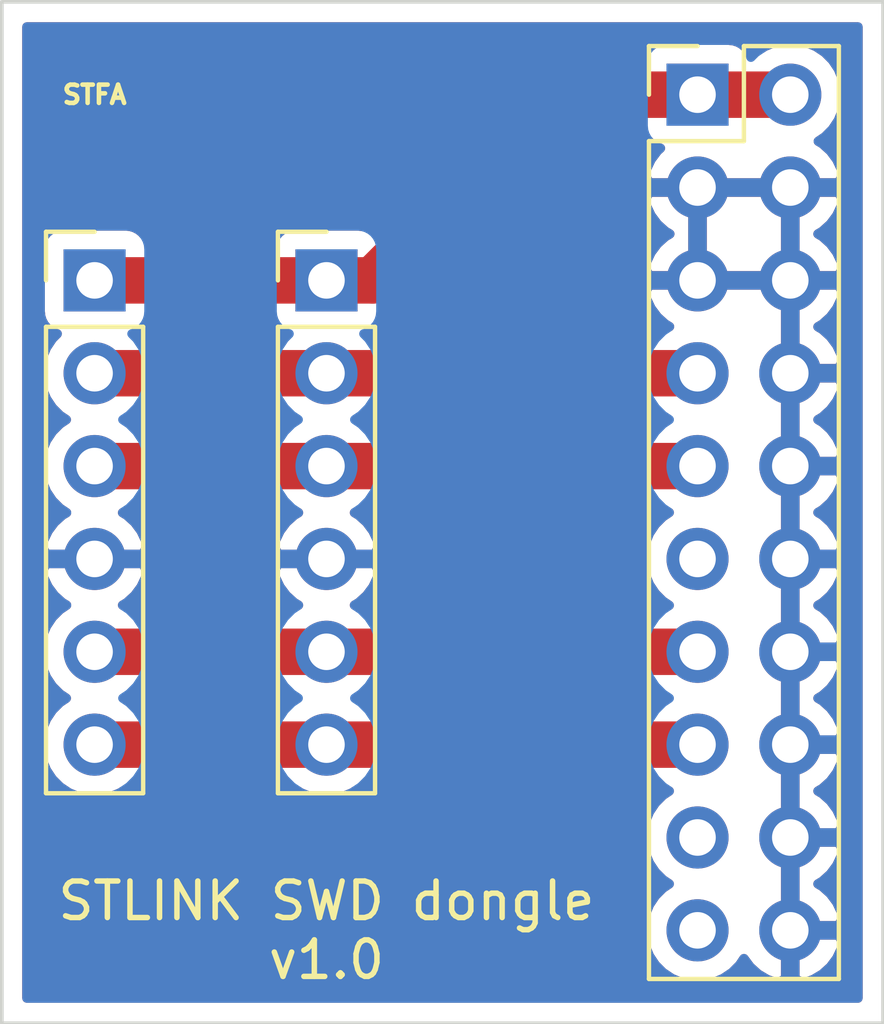
<source format=kicad_pcb>
(kicad_pcb (version 20171130) (host pcbnew 5.1.10-1.fc32)

  (general
    (thickness 1.6)
    (drawings 6)
    (tracks 13)
    (zones 0)
    (modules 3)
    (nets 10)
  )

  (page A4)
  (layers
    (0 F.Cu signal)
    (31 B.Cu signal)
    (32 B.Adhes user)
    (33 F.Adhes user)
    (34 B.Paste user)
    (35 F.Paste user)
    (36 B.SilkS user)
    (37 F.SilkS user)
    (38 B.Mask user)
    (39 F.Mask user)
    (40 Dwgs.User user)
    (41 Cmts.User user)
    (42 Eco1.User user)
    (43 Eco2.User user)
    (44 Edge.Cuts user)
    (45 Margin user)
    (46 B.CrtYd user)
    (47 F.CrtYd user)
    (48 B.Fab user)
    (49 F.Fab user)
  )

  (setup
    (last_trace_width 0.25)
    (user_trace_width 1.27)
    (trace_clearance 0.2)
    (zone_clearance 0.508)
    (zone_45_only no)
    (trace_min 0.2)
    (via_size 0.8)
    (via_drill 0.4)
    (via_min_size 0.4)
    (via_min_drill 0.3)
    (uvia_size 0.3)
    (uvia_drill 0.1)
    (uvias_allowed no)
    (uvia_min_size 0.2)
    (uvia_min_drill 0.1)
    (edge_width 0.05)
    (segment_width 0.2)
    (pcb_text_width 0.3)
    (pcb_text_size 1.5 1.5)
    (mod_edge_width 0.12)
    (mod_text_size 1 1)
    (mod_text_width 0.15)
    (pad_size 1.524 1.524)
    (pad_drill 0.762)
    (pad_to_mask_clearance 0)
    (aux_axis_origin 0 0)
    (visible_elements FFFFFF7F)
    (pcbplotparams
      (layerselection 0x010fc_ffffffff)
      (usegerberextensions true)
      (usegerberattributes true)
      (usegerberadvancedattributes true)
      (creategerberjobfile false)
      (excludeedgelayer true)
      (linewidth 0.100000)
      (plotframeref false)
      (viasonmask false)
      (mode 1)
      (useauxorigin false)
      (hpglpennumber 1)
      (hpglpenspeed 20)
      (hpglpendiameter 15.000000)
      (psnegative false)
      (psa4output false)
      (plotreference true)
      (plotvalue false)
      (plotinvisibletext false)
      (padsonsilk false)
      (subtractmaskfromsilk true)
      (outputformat 1)
      (mirror false)
      (drillshape 0)
      (scaleselection 1)
      (outputdirectory "./gerber"))
  )

  (net 0 "")
  (net 1 /target_vdd)
  (net 2 /swd_io)
  (net 3 /swd_clk)
  (net 4 GND)
  (net 5 /traceswo)
  (net 6 /nrst)
  (net 7 "Net-(J3-Pad11)")
  (net 8 "Net-(J3-Pad17)")
  (net 9 "Net-(J3-Pad19)")

  (net_class Default "This is the default net class."
    (clearance 0.2)
    (trace_width 0.25)
    (via_dia 0.8)
    (via_drill 0.4)
    (uvia_dia 0.3)
    (uvia_drill 0.1)
    (add_net /nrst)
    (add_net /swd_clk)
    (add_net /swd_io)
    (add_net /target_vdd)
    (add_net /traceswo)
    (add_net GND)
    (add_net "Net-(J3-Pad11)")
    (add_net "Net-(J3-Pad17)")
    (add_net "Net-(J3-Pad19)")
  )

  (module p_Package_Misc:PinHeader_1x06_P2.54mm_Vertical (layer F.Cu) (tedit 611104AA) (tstamp 611169DF)
    (at 190.5 81.28)
    (descr "Through hole straight pin header, 1x06, 2.54mm pitch, single row")
    (tags "Through hole pin header THT 1x06 2.54mm single row")
    (path /61162517)
    (fp_text reference J1 (at 0 -2.33) (layer F.SilkS) hide
      (effects (font (size 1 1) (thickness 0.15)))
    )
    (fp_text value Conn_HE13_1x6_2.54V (at 0 15.03) (layer F.Fab) hide
      (effects (font (size 1 1) (thickness 0.15)))
    )
    (fp_line (start -0.635 -1.27) (end 1.27 -1.27) (layer F.Fab) (width 0.1))
    (fp_line (start 1.27 -1.27) (end 1.27 13.97) (layer F.Fab) (width 0.1))
    (fp_line (start 1.27 13.97) (end -1.27 13.97) (layer F.Fab) (width 0.1))
    (fp_line (start -1.27 13.97) (end -1.27 -0.635) (layer F.Fab) (width 0.1))
    (fp_line (start -1.27 -0.635) (end -0.635 -1.27) (layer F.Fab) (width 0.1))
    (fp_line (start -1.33 14.03) (end 1.33 14.03) (layer F.SilkS) (width 0.12))
    (fp_line (start -1.33 1.27) (end -1.33 14.03) (layer F.SilkS) (width 0.12))
    (fp_line (start 1.33 1.27) (end 1.33 14.03) (layer F.SilkS) (width 0.12))
    (fp_line (start -1.33 1.27) (end 1.33 1.27) (layer F.SilkS) (width 0.12))
    (fp_line (start -1.33 0) (end -1.33 -1.33) (layer F.SilkS) (width 0.12))
    (fp_line (start -1.33 -1.33) (end 0 -1.33) (layer F.SilkS) (width 0.12))
    (fp_line (start -1.8 -1.8) (end -1.8 14.5) (layer F.CrtYd) (width 0.05))
    (fp_line (start -1.8 14.5) (end 1.8 14.5) (layer F.CrtYd) (width 0.05))
    (fp_line (start 1.8 14.5) (end 1.8 -1.8) (layer F.CrtYd) (width 0.05))
    (fp_line (start 1.8 -1.8) (end -1.8 -1.8) (layer F.CrtYd) (width 0.05))
    (fp_text user %R (at 0 6.35 90) (layer F.Fab)
      (effects (font (size 1 1) (thickness 0.15)))
    )
    (pad 1 thru_hole rect (at 0 0) (size 1.7 1.7) (drill 1) (layers *.Cu *.Mask)
      (net 1 /target_vdd))
    (pad 2 thru_hole oval (at 0 2.54) (size 1.7 1.7) (drill 1) (layers *.Cu *.Mask)
      (net 2 /swd_io))
    (pad 3 thru_hole oval (at 0 5.08) (size 1.7 1.7) (drill 1) (layers *.Cu *.Mask)
      (net 3 /swd_clk))
    (pad 4 thru_hole oval (at 0 7.62) (size 1.7 1.7) (drill 1) (layers *.Cu *.Mask)
      (net 4 GND))
    (pad 5 thru_hole oval (at 0 10.16) (size 1.7 1.7) (drill 1) (layers *.Cu *.Mask)
      (net 5 /traceswo))
    (pad 6 thru_hole oval (at 0 12.7) (size 1.7 1.7) (drill 1) (layers *.Cu *.Mask)
      (net 6 /nrst))
    (model ${KISYS3DMOD}/p_Package_Misc/PinHeader_1x06_P2.54mm_Vertical.wrl
      (at (xyz 0 0 0))
      (scale (xyz 1 1 1))
      (rotate (xyz 0 0 0))
    )
  )

  (module p_Package_Misc:PinHeader_1x06_P2.54mm_Vertical (layer F.Cu) (tedit 611104AA) (tstamp 611166DA)
    (at 196.85 81.28)
    (descr "Through hole straight pin header, 1x06, 2.54mm pitch, single row")
    (tags "Through hole pin header THT 1x06 2.54mm single row")
    (path /61159411)
    (fp_text reference J2 (at 0 -2.33) (layer F.SilkS) hide
      (effects (font (size 1 1) (thickness 0.15)))
    )
    (fp_text value dnp (at 0 15.03) (layer F.Fab)
      (effects (font (size 1 1) (thickness 0.15)))
    )
    (fp_line (start -0.635 -1.27) (end 1.27 -1.27) (layer F.Fab) (width 0.1))
    (fp_line (start 1.27 -1.27) (end 1.27 13.97) (layer F.Fab) (width 0.1))
    (fp_line (start 1.27 13.97) (end -1.27 13.97) (layer F.Fab) (width 0.1))
    (fp_line (start -1.27 13.97) (end -1.27 -0.635) (layer F.Fab) (width 0.1))
    (fp_line (start -1.27 -0.635) (end -0.635 -1.27) (layer F.Fab) (width 0.1))
    (fp_line (start -1.33 14.03) (end 1.33 14.03) (layer F.SilkS) (width 0.12))
    (fp_line (start -1.33 1.27) (end -1.33 14.03) (layer F.SilkS) (width 0.12))
    (fp_line (start 1.33 1.27) (end 1.33 14.03) (layer F.SilkS) (width 0.12))
    (fp_line (start -1.33 1.27) (end 1.33 1.27) (layer F.SilkS) (width 0.12))
    (fp_line (start -1.33 0) (end -1.33 -1.33) (layer F.SilkS) (width 0.12))
    (fp_line (start -1.33 -1.33) (end 0 -1.33) (layer F.SilkS) (width 0.12))
    (fp_line (start -1.8 -1.8) (end -1.8 14.5) (layer F.CrtYd) (width 0.05))
    (fp_line (start -1.8 14.5) (end 1.8 14.5) (layer F.CrtYd) (width 0.05))
    (fp_line (start 1.8 14.5) (end 1.8 -1.8) (layer F.CrtYd) (width 0.05))
    (fp_line (start 1.8 -1.8) (end -1.8 -1.8) (layer F.CrtYd) (width 0.05))
    (fp_text user %R (at 0 6.35 90) (layer F.Fab)
      (effects (font (size 1 1) (thickness 0.15)))
    )
    (pad 1 thru_hole rect (at 0 0) (size 1.7 1.7) (drill 1) (layers *.Cu *.Mask)
      (net 1 /target_vdd))
    (pad 2 thru_hole oval (at 0 2.54) (size 1.7 1.7) (drill 1) (layers *.Cu *.Mask)
      (net 2 /swd_io))
    (pad 3 thru_hole oval (at 0 5.08) (size 1.7 1.7) (drill 1) (layers *.Cu *.Mask)
      (net 3 /swd_clk))
    (pad 4 thru_hole oval (at 0 7.62) (size 1.7 1.7) (drill 1) (layers *.Cu *.Mask)
      (net 4 GND))
    (pad 5 thru_hole oval (at 0 10.16) (size 1.7 1.7) (drill 1) (layers *.Cu *.Mask)
      (net 5 /traceswo))
    (pad 6 thru_hole oval (at 0 12.7) (size 1.7 1.7) (drill 1) (layers *.Cu *.Mask)
      (net 6 /nrst))
    (model ${KISYS3DMOD}/p_Package_Misc/PinHeader_1x06_P2.54mm_Vertical.wrl
      (at (xyz 0 0 0))
      (scale (xyz 1 1 1))
      (rotate (xyz 0 0 0))
    )
  )

  (module p_Package_Misc:PinHeader_2x10_P2.54mm_Vertical (layer F.Cu) (tedit 6110F954) (tstamp 611161A8)
    (at 207.01 76.2)
    (descr "Through hole straight pin header, 2x10, 2.54mm pitch, double rows")
    (tags "Through hole pin header THT 2x10 2.54mm double row")
    (path /611479AE)
    (fp_text reference J3 (at 1.27 -2.33) (layer F.SilkS) hide
      (effects (font (size 1 1) (thickness 0.15)))
    )
    (fp_text value Conn_HE13_2x10_2.54V (at 1.27 25.19) (layer F.Fab) hide
      (effects (font (size 1 1) (thickness 0.15)))
    )
    (fp_line (start 0 -1.27) (end 3.81 -1.27) (layer F.Fab) (width 0.1))
    (fp_line (start 3.81 -1.27) (end 3.81 24.13) (layer F.Fab) (width 0.1))
    (fp_line (start 3.81 24.13) (end -1.27 24.13) (layer F.Fab) (width 0.1))
    (fp_line (start -1.27 24.13) (end -1.27 0) (layer F.Fab) (width 0.1))
    (fp_line (start -1.27 0) (end 0 -1.27) (layer F.Fab) (width 0.1))
    (fp_line (start -1.33 24.19) (end 3.87 24.19) (layer F.SilkS) (width 0.12))
    (fp_line (start -1.33 1.27) (end -1.33 24.19) (layer F.SilkS) (width 0.12))
    (fp_line (start 3.87 -1.33) (end 3.87 24.19) (layer F.SilkS) (width 0.12))
    (fp_line (start -1.33 1.27) (end 1.27 1.27) (layer F.SilkS) (width 0.12))
    (fp_line (start 1.27 1.27) (end 1.27 -1.33) (layer F.SilkS) (width 0.12))
    (fp_line (start 1.27 -1.33) (end 3.87 -1.33) (layer F.SilkS) (width 0.12))
    (fp_line (start -1.33 0) (end -1.33 -1.33) (layer F.SilkS) (width 0.12))
    (fp_line (start -1.33 -1.33) (end 0 -1.33) (layer F.SilkS) (width 0.12))
    (fp_line (start -1.8 -1.8) (end -1.8 24.65) (layer F.CrtYd) (width 0.05))
    (fp_line (start -1.8 24.65) (end 4.35 24.65) (layer F.CrtYd) (width 0.05))
    (fp_line (start 4.35 24.65) (end 4.35 -1.8) (layer F.CrtYd) (width 0.05))
    (fp_line (start 4.35 -1.8) (end -1.8 -1.8) (layer F.CrtYd) (width 0.05))
    (fp_text user %R (at 1.27 11.43 90) (layer F.Fab)
      (effects (font (size 1 1) (thickness 0.15)))
    )
    (pad 1 thru_hole rect (at 0 0) (size 1.7 1.7) (drill 1) (layers *.Cu *.Mask)
      (net 1 /target_vdd))
    (pad 2 thru_hole oval (at 2.54 0) (size 1.7 1.7) (drill 1) (layers *.Cu *.Mask)
      (net 1 /target_vdd))
    (pad 3 thru_hole oval (at 0 2.54) (size 1.7 1.7) (drill 1) (layers *.Cu *.Mask)
      (net 4 GND))
    (pad 4 thru_hole oval (at 2.54 2.54) (size 1.7 1.7) (drill 1) (layers *.Cu *.Mask)
      (net 4 GND))
    (pad 5 thru_hole oval (at 0 5.08) (size 1.7 1.7) (drill 1) (layers *.Cu *.Mask)
      (net 4 GND))
    (pad 6 thru_hole oval (at 2.54 5.08) (size 1.7 1.7) (drill 1) (layers *.Cu *.Mask)
      (net 4 GND))
    (pad 7 thru_hole oval (at 0 7.62) (size 1.7 1.7) (drill 1) (layers *.Cu *.Mask)
      (net 2 /swd_io))
    (pad 8 thru_hole oval (at 2.54 7.62) (size 1.7 1.7) (drill 1) (layers *.Cu *.Mask)
      (net 4 GND))
    (pad 9 thru_hole oval (at 0 10.16) (size 1.7 1.7) (drill 1) (layers *.Cu *.Mask)
      (net 3 /swd_clk))
    (pad 10 thru_hole oval (at 2.54 10.16) (size 1.7 1.7) (drill 1) (layers *.Cu *.Mask)
      (net 4 GND))
    (pad 11 thru_hole oval (at 0 12.7) (size 1.7 1.7) (drill 1) (layers *.Cu *.Mask)
      (net 7 "Net-(J3-Pad11)"))
    (pad 12 thru_hole oval (at 2.54 12.7) (size 1.7 1.7) (drill 1) (layers *.Cu *.Mask)
      (net 4 GND))
    (pad 13 thru_hole oval (at 0 15.24) (size 1.7 1.7) (drill 1) (layers *.Cu *.Mask)
      (net 5 /traceswo))
    (pad 14 thru_hole oval (at 2.54 15.24) (size 1.7 1.7) (drill 1) (layers *.Cu *.Mask)
      (net 4 GND))
    (pad 15 thru_hole oval (at 0 17.78) (size 1.7 1.7) (drill 1) (layers *.Cu *.Mask)
      (net 6 /nrst))
    (pad 16 thru_hole oval (at 2.54 17.78) (size 1.7 1.7) (drill 1) (layers *.Cu *.Mask)
      (net 4 GND))
    (pad 17 thru_hole oval (at 0 20.32) (size 1.7 1.7) (drill 1) (layers *.Cu *.Mask)
      (net 8 "Net-(J3-Pad17)"))
    (pad 18 thru_hole oval (at 2.54 20.32) (size 1.7 1.7) (drill 1) (layers *.Cu *.Mask)
      (net 4 GND))
    (pad 19 thru_hole oval (at 0 22.86) (size 1.7 1.7) (drill 1) (layers *.Cu *.Mask)
      (net 9 "Net-(J3-Pad19)"))
    (pad 20 thru_hole oval (at 2.54 22.86) (size 1.7 1.7) (drill 1) (layers *.Cu *.Mask)
      (net 4 GND))
    (model ${KISYS3DMOD}/p_Package_Misc/PinHeader_2x10_P2.54mm_Vertical.wrl
      (at (xyz 0 0 0))
      (scale (xyz 1 1 1))
      (rotate (xyz 0 0 0))
    )
  )

  (gr_text STFA (at 190.5 76.2) (layer F.SilkS)
    (effects (font (size 0.5 0.5) (thickness 0.125)))
  )
  (gr_text "STLINK SWD dongle\nv1.0" (at 196.85 99.06) (layer F.SilkS)
    (effects (font (size 1 1) (thickness 0.15)))
  )
  (gr_line (start 212.09 73.66) (end 212.09 101.6) (layer Edge.Cuts) (width 0.1))
  (gr_line (start 187.96 73.66) (end 212.09 73.66) (layer Edge.Cuts) (width 0.1))
  (gr_line (start 187.96 101.6) (end 187.96 73.66) (layer Edge.Cuts) (width 0.1))
  (gr_line (start 212.09 101.6) (end 187.96 101.6) (layer Edge.Cuts) (width 0.1))

  (segment (start 196.85 81.28) (end 198.12 81.28) (width 1.27) (layer F.Cu) (net 1))
  (segment (start 203.2 76.2) (end 207.01 76.2) (width 1.27) (layer F.Cu) (net 1))
  (segment (start 198.12 81.28) (end 203.2 76.2) (width 1.27) (layer F.Cu) (net 1))
  (segment (start 207.01 76.2) (end 209.55 76.2) (width 1.27) (layer F.Cu) (net 1))
  (segment (start 190.5 81.28) (end 196.85 81.28) (width 1.27) (layer F.Cu) (net 1))
  (segment (start 196.85 83.82) (end 207.01 83.82) (width 1.27) (layer F.Cu) (net 2))
  (segment (start 190.5 83.82) (end 196.85 83.82) (width 1.27) (layer F.Cu) (net 2))
  (segment (start 196.85 86.36) (end 207.01 86.36) (width 1.27) (layer F.Cu) (net 3))
  (segment (start 190.5 86.36) (end 196.85 86.36) (width 1.27) (layer F.Cu) (net 3))
  (segment (start 196.85 91.44) (end 207.01 91.44) (width 1.27) (layer F.Cu) (net 5))
  (segment (start 190.5 91.44) (end 196.85 91.44) (width 1.27) (layer F.Cu) (net 5))
  (segment (start 190.5 93.98) (end 196.85 93.98) (width 1.27) (layer F.Cu) (net 6))
  (segment (start 196.85 93.98) (end 207.01 93.98) (width 1.27) (layer F.Cu) (net 6))

  (zone (net 4) (net_name GND) (layer F.Cu) (tstamp 6111A29B) (hatch edge 0.508)
    (connect_pads (clearance 0.508))
    (min_thickness 0.254)
    (fill yes (arc_segments 32) (thermal_gap 0.508) (thermal_bridge_width 0.508))
    (polygon
      (pts
        (xy 212.09 101.6) (xy 187.96 101.6) (xy 187.96 73.66) (xy 212.09 73.66)
      )
    )
    (filled_polygon
      (pts
        (xy 211.405001 100.915) (xy 188.645 100.915) (xy 188.645 80.43) (xy 189.011928 80.43) (xy 189.011928 82.13)
        (xy 189.024188 82.254482) (xy 189.060498 82.37418) (xy 189.119463 82.484494) (xy 189.198815 82.581185) (xy 189.295506 82.660537)
        (xy 189.40582 82.719502) (xy 189.47838 82.741513) (xy 189.346525 82.873368) (xy 189.18401 83.116589) (xy 189.072068 83.386842)
        (xy 189.015 83.67374) (xy 189.015 83.96626) (xy 189.072068 84.253158) (xy 189.18401 84.523411) (xy 189.346525 84.766632)
        (xy 189.553368 84.973475) (xy 189.72776 85.09) (xy 189.553368 85.206525) (xy 189.346525 85.413368) (xy 189.18401 85.656589)
        (xy 189.072068 85.926842) (xy 189.015 86.21374) (xy 189.015 86.50626) (xy 189.072068 86.793158) (xy 189.18401 87.063411)
        (xy 189.346525 87.306632) (xy 189.553368 87.513475) (xy 189.735534 87.635195) (xy 189.618645 87.704822) (xy 189.402412 87.899731)
        (xy 189.228359 88.13308) (xy 189.103175 88.395901) (xy 189.058524 88.54311) (xy 189.179845 88.773) (xy 190.373 88.773)
        (xy 190.373 88.753) (xy 190.627 88.753) (xy 190.627 88.773) (xy 191.820155 88.773) (xy 191.941476 88.54311)
        (xy 191.896825 88.395901) (xy 191.771641 88.13308) (xy 191.597588 87.899731) (xy 191.381355 87.704822) (xy 191.264466 87.635195)
        (xy 191.27224 87.63) (xy 196.07776 87.63) (xy 196.085534 87.635195) (xy 195.968645 87.704822) (xy 195.752412 87.899731)
        (xy 195.578359 88.13308) (xy 195.453175 88.395901) (xy 195.408524 88.54311) (xy 195.529845 88.773) (xy 196.723 88.773)
        (xy 196.723 88.753) (xy 196.977 88.753) (xy 196.977 88.773) (xy 198.170155 88.773) (xy 198.291476 88.54311)
        (xy 198.246825 88.395901) (xy 198.121641 88.13308) (xy 197.947588 87.899731) (xy 197.731355 87.704822) (xy 197.614466 87.635195)
        (xy 197.62224 87.63) (xy 206.23776 87.63) (xy 206.063368 87.746525) (xy 205.856525 87.953368) (xy 205.69401 88.196589)
        (xy 205.582068 88.466842) (xy 205.525 88.75374) (xy 205.525 89.04626) (xy 205.582068 89.333158) (xy 205.69401 89.603411)
        (xy 205.856525 89.846632) (xy 206.063368 90.053475) (xy 206.23776 90.17) (xy 197.62224 90.17) (xy 197.614466 90.164805)
        (xy 197.731355 90.095178) (xy 197.947588 89.900269) (xy 198.121641 89.66692) (xy 198.246825 89.404099) (xy 198.291476 89.25689)
        (xy 198.170155 89.027) (xy 196.977 89.027) (xy 196.977 89.047) (xy 196.723 89.047) (xy 196.723 89.027)
        (xy 195.529845 89.027) (xy 195.408524 89.25689) (xy 195.453175 89.404099) (xy 195.578359 89.66692) (xy 195.752412 89.900269)
        (xy 195.968645 90.095178) (xy 196.085534 90.164805) (xy 196.07776 90.17) (xy 191.27224 90.17) (xy 191.264466 90.164805)
        (xy 191.381355 90.095178) (xy 191.597588 89.900269) (xy 191.771641 89.66692) (xy 191.896825 89.404099) (xy 191.941476 89.25689)
        (xy 191.820155 89.027) (xy 190.627 89.027) (xy 190.627 89.047) (xy 190.373 89.047) (xy 190.373 89.027)
        (xy 189.179845 89.027) (xy 189.058524 89.25689) (xy 189.103175 89.404099) (xy 189.228359 89.66692) (xy 189.402412 89.900269)
        (xy 189.618645 90.095178) (xy 189.735534 90.164805) (xy 189.553368 90.286525) (xy 189.346525 90.493368) (xy 189.18401 90.736589)
        (xy 189.072068 91.006842) (xy 189.015 91.29374) (xy 189.015 91.58626) (xy 189.072068 91.873158) (xy 189.18401 92.143411)
        (xy 189.346525 92.386632) (xy 189.553368 92.593475) (xy 189.72776 92.71) (xy 189.553368 92.826525) (xy 189.346525 93.033368)
        (xy 189.18401 93.276589) (xy 189.072068 93.546842) (xy 189.015 93.83374) (xy 189.015 94.12626) (xy 189.072068 94.413158)
        (xy 189.18401 94.683411) (xy 189.346525 94.926632) (xy 189.553368 95.133475) (xy 189.796589 95.29599) (xy 190.066842 95.407932)
        (xy 190.35374 95.465) (xy 190.64626 95.465) (xy 190.933158 95.407932) (xy 191.203411 95.29599) (xy 191.27224 95.25)
        (xy 196.07776 95.25) (xy 196.146589 95.29599) (xy 196.416842 95.407932) (xy 196.70374 95.465) (xy 196.99626 95.465)
        (xy 197.283158 95.407932) (xy 197.553411 95.29599) (xy 197.62224 95.25) (xy 206.23776 95.25) (xy 206.063368 95.366525)
        (xy 205.856525 95.573368) (xy 205.69401 95.816589) (xy 205.582068 96.086842) (xy 205.525 96.37374) (xy 205.525 96.66626)
        (xy 205.582068 96.953158) (xy 205.69401 97.223411) (xy 205.856525 97.466632) (xy 206.063368 97.673475) (xy 206.23776 97.79)
        (xy 206.063368 97.906525) (xy 205.856525 98.113368) (xy 205.69401 98.356589) (xy 205.582068 98.626842) (xy 205.525 98.91374)
        (xy 205.525 99.20626) (xy 205.582068 99.493158) (xy 205.69401 99.763411) (xy 205.856525 100.006632) (xy 206.063368 100.213475)
        (xy 206.306589 100.37599) (xy 206.576842 100.487932) (xy 206.86374 100.545) (xy 207.15626 100.545) (xy 207.443158 100.487932)
        (xy 207.713411 100.37599) (xy 207.956632 100.213475) (xy 208.163475 100.006632) (xy 208.2811 99.830594) (xy 208.452412 100.060269)
        (xy 208.668645 100.255178) (xy 208.918748 100.404157) (xy 209.193109 100.501481) (xy 209.423 100.380814) (xy 209.423 99.187)
        (xy 209.677 99.187) (xy 209.677 100.380814) (xy 209.906891 100.501481) (xy 210.181252 100.404157) (xy 210.431355 100.255178)
        (xy 210.647588 100.060269) (xy 210.821641 99.82692) (xy 210.946825 99.564099) (xy 210.991476 99.41689) (xy 210.870155 99.187)
        (xy 209.677 99.187) (xy 209.423 99.187) (xy 209.403 99.187) (xy 209.403 98.933) (xy 209.423 98.933)
        (xy 209.423 96.647) (xy 209.677 96.647) (xy 209.677 98.933) (xy 210.870155 98.933) (xy 210.991476 98.70311)
        (xy 210.946825 98.555901) (xy 210.821641 98.29308) (xy 210.647588 98.059731) (xy 210.431355 97.864822) (xy 210.305745 97.79)
        (xy 210.431355 97.715178) (xy 210.647588 97.520269) (xy 210.821641 97.28692) (xy 210.946825 97.024099) (xy 210.991476 96.87689)
        (xy 210.870155 96.647) (xy 209.677 96.647) (xy 209.423 96.647) (xy 209.403 96.647) (xy 209.403 96.393)
        (xy 209.423 96.393) (xy 209.423 94.107) (xy 209.677 94.107) (xy 209.677 96.393) (xy 210.870155 96.393)
        (xy 210.991476 96.16311) (xy 210.946825 96.015901) (xy 210.821641 95.75308) (xy 210.647588 95.519731) (xy 210.431355 95.324822)
        (xy 210.305745 95.25) (xy 210.431355 95.175178) (xy 210.647588 94.980269) (xy 210.821641 94.74692) (xy 210.946825 94.484099)
        (xy 210.991476 94.33689) (xy 210.870155 94.107) (xy 209.677 94.107) (xy 209.423 94.107) (xy 209.403 94.107)
        (xy 209.403 93.853) (xy 209.423 93.853) (xy 209.423 91.567) (xy 209.677 91.567) (xy 209.677 93.853)
        (xy 210.870155 93.853) (xy 210.991476 93.62311) (xy 210.946825 93.475901) (xy 210.821641 93.21308) (xy 210.647588 92.979731)
        (xy 210.431355 92.784822) (xy 210.305745 92.71) (xy 210.431355 92.635178) (xy 210.647588 92.440269) (xy 210.821641 92.20692)
        (xy 210.946825 91.944099) (xy 210.991476 91.79689) (xy 210.870155 91.567) (xy 209.677 91.567) (xy 209.423 91.567)
        (xy 209.403 91.567) (xy 209.403 91.313) (xy 209.423 91.313) (xy 209.423 89.027) (xy 209.677 89.027)
        (xy 209.677 91.313) (xy 210.870155 91.313) (xy 210.991476 91.08311) (xy 210.946825 90.935901) (xy 210.821641 90.67308)
        (xy 210.647588 90.439731) (xy 210.431355 90.244822) (xy 210.305745 90.17) (xy 210.431355 90.095178) (xy 210.647588 89.900269)
        (xy 210.821641 89.66692) (xy 210.946825 89.404099) (xy 210.991476 89.25689) (xy 210.870155 89.027) (xy 209.677 89.027)
        (xy 209.423 89.027) (xy 209.403 89.027) (xy 209.403 88.773) (xy 209.423 88.773) (xy 209.423 86.487)
        (xy 209.677 86.487) (xy 209.677 88.773) (xy 210.870155 88.773) (xy 210.991476 88.54311) (xy 210.946825 88.395901)
        (xy 210.821641 88.13308) (xy 210.647588 87.899731) (xy 210.431355 87.704822) (xy 210.305745 87.63) (xy 210.431355 87.555178)
        (xy 210.647588 87.360269) (xy 210.821641 87.12692) (xy 210.946825 86.864099) (xy 210.991476 86.71689) (xy 210.870155 86.487)
        (xy 209.677 86.487) (xy 209.423 86.487) (xy 209.403 86.487) (xy 209.403 86.233) (xy 209.423 86.233)
        (xy 209.423 83.947) (xy 209.677 83.947) (xy 209.677 86.233) (xy 210.870155 86.233) (xy 210.991476 86.00311)
        (xy 210.946825 85.855901) (xy 210.821641 85.59308) (xy 210.647588 85.359731) (xy 210.431355 85.164822) (xy 210.305745 85.09)
        (xy 210.431355 85.015178) (xy 210.647588 84.820269) (xy 210.821641 84.58692) (xy 210.946825 84.324099) (xy 210.991476 84.17689)
        (xy 210.870155 83.947) (xy 209.677 83.947) (xy 209.423 83.947) (xy 209.403 83.947) (xy 209.403 83.693)
        (xy 209.423 83.693) (xy 209.423 81.407) (xy 209.677 81.407) (xy 209.677 83.693) (xy 210.870155 83.693)
        (xy 210.991476 83.46311) (xy 210.946825 83.315901) (xy 210.821641 83.05308) (xy 210.647588 82.819731) (xy 210.431355 82.624822)
        (xy 210.305745 82.55) (xy 210.431355 82.475178) (xy 210.647588 82.280269) (xy 210.821641 82.04692) (xy 210.946825 81.784099)
        (xy 210.991476 81.63689) (xy 210.870155 81.407) (xy 209.677 81.407) (xy 209.423 81.407) (xy 207.137 81.407)
        (xy 207.137 81.427) (xy 206.883 81.427) (xy 206.883 81.407) (xy 205.689845 81.407) (xy 205.568524 81.63689)
        (xy 205.613175 81.784099) (xy 205.738359 82.04692) (xy 205.912412 82.280269) (xy 206.128645 82.475178) (xy 206.245534 82.544805)
        (xy 206.23776 82.55) (xy 198.18238 82.55) (xy 198.368963 82.531623) (xy 198.608359 82.459003) (xy 198.828988 82.341075)
        (xy 199.02237 82.18237) (xy 199.062141 82.133909) (xy 202.099161 79.09689) (xy 205.568524 79.09689) (xy 205.613175 79.244099)
        (xy 205.738359 79.50692) (xy 205.912412 79.740269) (xy 206.128645 79.935178) (xy 206.254255 80.01) (xy 206.128645 80.084822)
        (xy 205.912412 80.279731) (xy 205.738359 80.51308) (xy 205.613175 80.775901) (xy 205.568524 80.92311) (xy 205.689845 81.153)
        (xy 206.883 81.153) (xy 206.883 78.867) (xy 207.137 78.867) (xy 207.137 81.153) (xy 209.423 81.153)
        (xy 209.423 78.867) (xy 209.677 78.867) (xy 209.677 81.153) (xy 210.870155 81.153) (xy 210.991476 80.92311)
        (xy 210.946825 80.775901) (xy 210.821641 80.51308) (xy 210.647588 80.279731) (xy 210.431355 80.084822) (xy 210.305745 80.01)
        (xy 210.431355 79.935178) (xy 210.647588 79.740269) (xy 210.821641 79.50692) (xy 210.946825 79.244099) (xy 210.991476 79.09689)
        (xy 210.870155 78.867) (xy 209.677 78.867) (xy 209.423 78.867) (xy 207.137 78.867) (xy 206.883 78.867)
        (xy 205.689845 78.867) (xy 205.568524 79.09689) (xy 202.099161 79.09689) (xy 203.726052 77.47) (xy 205.683222 77.47)
        (xy 205.708815 77.501185) (xy 205.805506 77.580537) (xy 205.91582 77.639502) (xy 205.996466 77.663966) (xy 205.912412 77.739731)
        (xy 205.738359 77.97308) (xy 205.613175 78.235901) (xy 205.568524 78.38311) (xy 205.689845 78.613) (xy 206.883 78.613)
        (xy 206.883 78.593) (xy 207.137 78.593) (xy 207.137 78.613) (xy 209.423 78.613) (xy 209.423 78.593)
        (xy 209.677 78.593) (xy 209.677 78.613) (xy 210.870155 78.613) (xy 210.991476 78.38311) (xy 210.946825 78.235901)
        (xy 210.821641 77.97308) (xy 210.647588 77.739731) (xy 210.431355 77.544822) (xy 210.314466 77.475195) (xy 210.496632 77.353475)
        (xy 210.703475 77.146632) (xy 210.86599 76.903411) (xy 210.977932 76.633158) (xy 211.035 76.34626) (xy 211.035 76.05374)
        (xy 210.977932 75.766842) (xy 210.86599 75.496589) (xy 210.703475 75.253368) (xy 210.496632 75.046525) (xy 210.253411 74.88401)
        (xy 209.983158 74.772068) (xy 209.69626 74.715) (xy 209.40374 74.715) (xy 209.116842 74.772068) (xy 208.846589 74.88401)
        (xy 208.77776 74.93) (xy 208.336778 74.93) (xy 208.311185 74.898815) (xy 208.214494 74.819463) (xy 208.10418 74.760498)
        (xy 207.984482 74.724188) (xy 207.86 74.711928) (xy 206.16 74.711928) (xy 206.035518 74.724188) (xy 205.91582 74.760498)
        (xy 205.805506 74.819463) (xy 205.708815 74.898815) (xy 205.683222 74.93) (xy 203.262373 74.93) (xy 203.2 74.923857)
        (xy 203.137627 74.93) (xy 203.13762 74.93) (xy 202.974347 74.946081) (xy 202.951036 74.948377) (xy 202.711641 75.020997)
        (xy 202.491012 75.138925) (xy 202.396086 75.216829) (xy 202.346083 75.257865) (xy 202.34608 75.257868) (xy 202.29763 75.29763)
        (xy 202.257868 75.34608) (xy 197.801978 79.801972) (xy 197.7 79.791928) (xy 196 79.791928) (xy 195.875518 79.804188)
        (xy 195.75582 79.840498) (xy 195.645506 79.899463) (xy 195.548815 79.978815) (xy 195.523222 80.01) (xy 191.826778 80.01)
        (xy 191.801185 79.978815) (xy 191.704494 79.899463) (xy 191.59418 79.840498) (xy 191.474482 79.804188) (xy 191.35 79.791928)
        (xy 189.65 79.791928) (xy 189.525518 79.804188) (xy 189.40582 79.840498) (xy 189.295506 79.899463) (xy 189.198815 79.978815)
        (xy 189.119463 80.075506) (xy 189.060498 80.18582) (xy 189.024188 80.305518) (xy 189.011928 80.43) (xy 188.645 80.43)
        (xy 188.645 74.345) (xy 211.405 74.345)
      )
    )
  )
  (zone (net 4) (net_name GND) (layer B.Cu) (tstamp 6111A298) (hatch edge 0.508)
    (connect_pads (clearance 0.508))
    (min_thickness 0.254)
    (fill yes (arc_segments 32) (thermal_gap 0.508) (thermal_bridge_width 0.508))
    (polygon
      (pts
        (xy 212.09 101.6) (xy 187.96 101.6) (xy 187.96 73.66) (xy 212.09 73.66)
      )
    )
    (filled_polygon
      (pts
        (xy 211.405001 100.915) (xy 188.645 100.915) (xy 188.645 91.29374) (xy 189.015 91.29374) (xy 189.015 91.58626)
        (xy 189.072068 91.873158) (xy 189.18401 92.143411) (xy 189.346525 92.386632) (xy 189.553368 92.593475) (xy 189.72776 92.71)
        (xy 189.553368 92.826525) (xy 189.346525 93.033368) (xy 189.18401 93.276589) (xy 189.072068 93.546842) (xy 189.015 93.83374)
        (xy 189.015 94.12626) (xy 189.072068 94.413158) (xy 189.18401 94.683411) (xy 189.346525 94.926632) (xy 189.553368 95.133475)
        (xy 189.796589 95.29599) (xy 190.066842 95.407932) (xy 190.35374 95.465) (xy 190.64626 95.465) (xy 190.933158 95.407932)
        (xy 191.203411 95.29599) (xy 191.446632 95.133475) (xy 191.653475 94.926632) (xy 191.81599 94.683411) (xy 191.927932 94.413158)
        (xy 191.985 94.12626) (xy 191.985 93.83374) (xy 191.927932 93.546842) (xy 191.81599 93.276589) (xy 191.653475 93.033368)
        (xy 191.446632 92.826525) (xy 191.27224 92.71) (xy 191.446632 92.593475) (xy 191.653475 92.386632) (xy 191.81599 92.143411)
        (xy 191.927932 91.873158) (xy 191.985 91.58626) (xy 191.985 91.29374) (xy 195.365 91.29374) (xy 195.365 91.58626)
        (xy 195.422068 91.873158) (xy 195.53401 92.143411) (xy 195.696525 92.386632) (xy 195.903368 92.593475) (xy 196.07776 92.71)
        (xy 195.903368 92.826525) (xy 195.696525 93.033368) (xy 195.53401 93.276589) (xy 195.422068 93.546842) (xy 195.365 93.83374)
        (xy 195.365 94.12626) (xy 195.422068 94.413158) (xy 195.53401 94.683411) (xy 195.696525 94.926632) (xy 195.903368 95.133475)
        (xy 196.146589 95.29599) (xy 196.416842 95.407932) (xy 196.70374 95.465) (xy 196.99626 95.465) (xy 197.283158 95.407932)
        (xy 197.553411 95.29599) (xy 197.796632 95.133475) (xy 198.003475 94.926632) (xy 198.16599 94.683411) (xy 198.277932 94.413158)
        (xy 198.335 94.12626) (xy 198.335 93.83374) (xy 198.277932 93.546842) (xy 198.16599 93.276589) (xy 198.003475 93.033368)
        (xy 197.796632 92.826525) (xy 197.62224 92.71) (xy 197.796632 92.593475) (xy 198.003475 92.386632) (xy 198.16599 92.143411)
        (xy 198.277932 91.873158) (xy 198.335 91.58626) (xy 198.335 91.29374) (xy 198.277932 91.006842) (xy 198.16599 90.736589)
        (xy 198.003475 90.493368) (xy 197.796632 90.286525) (xy 197.614466 90.164805) (xy 197.731355 90.095178) (xy 197.947588 89.900269)
        (xy 198.121641 89.66692) (xy 198.246825 89.404099) (xy 198.291476 89.25689) (xy 198.170155 89.027) (xy 196.977 89.027)
        (xy 196.977 89.047) (xy 196.723 89.047) (xy 196.723 89.027) (xy 195.529845 89.027) (xy 195.408524 89.25689)
        (xy 195.453175 89.404099) (xy 195.578359 89.66692) (xy 195.752412 89.900269) (xy 195.968645 90.095178) (xy 196.085534 90.164805)
        (xy 195.903368 90.286525) (xy 195.696525 90.493368) (xy 195.53401 90.736589) (xy 195.422068 91.006842) (xy 195.365 91.29374)
        (xy 191.985 91.29374) (xy 191.927932 91.006842) (xy 191.81599 90.736589) (xy 191.653475 90.493368) (xy 191.446632 90.286525)
        (xy 191.264466 90.164805) (xy 191.381355 90.095178) (xy 191.597588 89.900269) (xy 191.771641 89.66692) (xy 191.896825 89.404099)
        (xy 191.941476 89.25689) (xy 191.820155 89.027) (xy 190.627 89.027) (xy 190.627 89.047) (xy 190.373 89.047)
        (xy 190.373 89.027) (xy 189.179845 89.027) (xy 189.058524 89.25689) (xy 189.103175 89.404099) (xy 189.228359 89.66692)
        (xy 189.402412 89.900269) (xy 189.618645 90.095178) (xy 189.735534 90.164805) (xy 189.553368 90.286525) (xy 189.346525 90.493368)
        (xy 189.18401 90.736589) (xy 189.072068 91.006842) (xy 189.015 91.29374) (xy 188.645 91.29374) (xy 188.645 80.43)
        (xy 189.011928 80.43) (xy 189.011928 82.13) (xy 189.024188 82.254482) (xy 189.060498 82.37418) (xy 189.119463 82.484494)
        (xy 189.198815 82.581185) (xy 189.295506 82.660537) (xy 189.40582 82.719502) (xy 189.47838 82.741513) (xy 189.346525 82.873368)
        (xy 189.18401 83.116589) (xy 189.072068 83.386842) (xy 189.015 83.67374) (xy 189.015 83.96626) (xy 189.072068 84.253158)
        (xy 189.18401 84.523411) (xy 189.346525 84.766632) (xy 189.553368 84.973475) (xy 189.72776 85.09) (xy 189.553368 85.206525)
        (xy 189.346525 85.413368) (xy 189.18401 85.656589) (xy 189.072068 85.926842) (xy 189.015 86.21374) (xy 189.015 86.50626)
        (xy 189.072068 86.793158) (xy 189.18401 87.063411) (xy 189.346525 87.306632) (xy 189.553368 87.513475) (xy 189.735534 87.635195)
        (xy 189.618645 87.704822) (xy 189.402412 87.899731) (xy 189.228359 88.13308) (xy 189.103175 88.395901) (xy 189.058524 88.54311)
        (xy 189.179845 88.773) (xy 190.373 88.773) (xy 190.373 88.753) (xy 190.627 88.753) (xy 190.627 88.773)
        (xy 191.820155 88.773) (xy 191.941476 88.54311) (xy 191.896825 88.395901) (xy 191.771641 88.13308) (xy 191.597588 87.899731)
        (xy 191.381355 87.704822) (xy 191.264466 87.635195) (xy 191.446632 87.513475) (xy 191.653475 87.306632) (xy 191.81599 87.063411)
        (xy 191.927932 86.793158) (xy 191.985 86.50626) (xy 191.985 86.21374) (xy 191.927932 85.926842) (xy 191.81599 85.656589)
        (xy 191.653475 85.413368) (xy 191.446632 85.206525) (xy 191.27224 85.09) (xy 191.446632 84.973475) (xy 191.653475 84.766632)
        (xy 191.81599 84.523411) (xy 191.927932 84.253158) (xy 191.985 83.96626) (xy 191.985 83.67374) (xy 191.927932 83.386842)
        (xy 191.81599 83.116589) (xy 191.653475 82.873368) (xy 191.52162 82.741513) (xy 191.59418 82.719502) (xy 191.704494 82.660537)
        (xy 191.801185 82.581185) (xy 191.880537 82.484494) (xy 191.939502 82.37418) (xy 191.975812 82.254482) (xy 191.988072 82.13)
        (xy 191.988072 80.43) (xy 195.361928 80.43) (xy 195.361928 82.13) (xy 195.374188 82.254482) (xy 195.410498 82.37418)
        (xy 195.469463 82.484494) (xy 195.548815 82.581185) (xy 195.645506 82.660537) (xy 195.75582 82.719502) (xy 195.82838 82.741513)
        (xy 195.696525 82.873368) (xy 195.53401 83.116589) (xy 195.422068 83.386842) (xy 195.365 83.67374) (xy 195.365 83.96626)
        (xy 195.422068 84.253158) (xy 195.53401 84.523411) (xy 195.696525 84.766632) (xy 195.903368 84.973475) (xy 196.07776 85.09)
        (xy 195.903368 85.206525) (xy 195.696525 85.413368) (xy 195.53401 85.656589) (xy 195.422068 85.926842) (xy 195.365 86.21374)
        (xy 195.365 86.50626) (xy 195.422068 86.793158) (xy 195.53401 87.063411) (xy 195.696525 87.306632) (xy 195.903368 87.513475)
        (xy 196.085534 87.635195) (xy 195.968645 87.704822) (xy 195.752412 87.899731) (xy 195.578359 88.13308) (xy 195.453175 88.395901)
        (xy 195.408524 88.54311) (xy 195.529845 88.773) (xy 196.723 88.773) (xy 196.723 88.753) (xy 196.977 88.753)
        (xy 196.977 88.773) (xy 198.170155 88.773) (xy 198.291476 88.54311) (xy 198.246825 88.395901) (xy 198.121641 88.13308)
        (xy 197.947588 87.899731) (xy 197.731355 87.704822) (xy 197.614466 87.635195) (xy 197.796632 87.513475) (xy 198.003475 87.306632)
        (xy 198.16599 87.063411) (xy 198.277932 86.793158) (xy 198.335 86.50626) (xy 198.335 86.21374) (xy 198.277932 85.926842)
        (xy 198.16599 85.656589) (xy 198.003475 85.413368) (xy 197.796632 85.206525) (xy 197.62224 85.09) (xy 197.796632 84.973475)
        (xy 198.003475 84.766632) (xy 198.16599 84.523411) (xy 198.277932 84.253158) (xy 198.335 83.96626) (xy 198.335 83.67374)
        (xy 205.525 83.67374) (xy 205.525 83.96626) (xy 205.582068 84.253158) (xy 205.69401 84.523411) (xy 205.856525 84.766632)
        (xy 206.063368 84.973475) (xy 206.23776 85.09) (xy 206.063368 85.206525) (xy 205.856525 85.413368) (xy 205.69401 85.656589)
        (xy 205.582068 85.926842) (xy 205.525 86.21374) (xy 205.525 86.50626) (xy 205.582068 86.793158) (xy 205.69401 87.063411)
        (xy 205.856525 87.306632) (xy 206.063368 87.513475) (xy 206.23776 87.63) (xy 206.063368 87.746525) (xy 205.856525 87.953368)
        (xy 205.69401 88.196589) (xy 205.582068 88.466842) (xy 205.525 88.75374) (xy 205.525 89.04626) (xy 205.582068 89.333158)
        (xy 205.69401 89.603411) (xy 205.856525 89.846632) (xy 206.063368 90.053475) (xy 206.23776 90.17) (xy 206.063368 90.286525)
        (xy 205.856525 90.493368) (xy 205.69401 90.736589) (xy 205.582068 91.006842) (xy 205.525 91.29374) (xy 205.525 91.58626)
        (xy 205.582068 91.873158) (xy 205.69401 92.143411) (xy 205.856525 92.386632) (xy 206.063368 92.593475) (xy 206.23776 92.71)
        (xy 206.063368 92.826525) (xy 205.856525 93.033368) (xy 205.69401 93.276589) (xy 205.582068 93.546842) (xy 205.525 93.83374)
        (xy 205.525 94.12626) (xy 205.582068 94.413158) (xy 205.69401 94.683411) (xy 205.856525 94.926632) (xy 206.063368 95.133475)
        (xy 206.23776 95.25) (xy 206.063368 95.366525) (xy 205.856525 95.573368) (xy 205.69401 95.816589) (xy 205.582068 96.086842)
        (xy 205.525 96.37374) (xy 205.525 96.66626) (xy 205.582068 96.953158) (xy 205.69401 97.223411) (xy 205.856525 97.466632)
        (xy 206.063368 97.673475) (xy 206.23776 97.79) (xy 206.063368 97.906525) (xy 205.856525 98.113368) (xy 205.69401 98.356589)
        (xy 205.582068 98.626842) (xy 205.525 98.91374) (xy 205.525 99.20626) (xy 205.582068 99.493158) (xy 205.69401 99.763411)
        (xy 205.856525 100.006632) (xy 206.063368 100.213475) (xy 206.306589 100.37599) (xy 206.576842 100.487932) (xy 206.86374 100.545)
        (xy 207.15626 100.545) (xy 207.443158 100.487932) (xy 207.713411 100.37599) (xy 207.956632 100.213475) (xy 208.163475 100.006632)
        (xy 208.2811 99.830594) (xy 208.452412 100.060269) (xy 208.668645 100.255178) (xy 208.918748 100.404157) (xy 209.193109 100.501481)
        (xy 209.423 100.380814) (xy 209.423 99.187) (xy 209.677 99.187) (xy 209.677 100.380814) (xy 209.906891 100.501481)
        (xy 210.181252 100.404157) (xy 210.431355 100.255178) (xy 210.647588 100.060269) (xy 210.821641 99.82692) (xy 210.946825 99.564099)
        (xy 210.991476 99.41689) (xy 210.870155 99.187) (xy 209.677 99.187) (xy 209.423 99.187) (xy 209.403 99.187)
        (xy 209.403 98.933) (xy 209.423 98.933) (xy 209.423 96.647) (xy 209.677 96.647) (xy 209.677 98.933)
        (xy 210.870155 98.933) (xy 210.991476 98.70311) (xy 210.946825 98.555901) (xy 210.821641 98.29308) (xy 210.647588 98.059731)
        (xy 210.431355 97.864822) (xy 210.305745 97.79) (xy 210.431355 97.715178) (xy 210.647588 97.520269) (xy 210.821641 97.28692)
        (xy 210.946825 97.024099) (xy 210.991476 96.87689) (xy 210.870155 96.647) (xy 209.677 96.647) (xy 209.423 96.647)
        (xy 209.403 96.647) (xy 209.403 96.393) (xy 209.423 96.393) (xy 209.423 94.107) (xy 209.677 94.107)
        (xy 209.677 96.393) (xy 210.870155 96.393) (xy 210.991476 96.16311) (xy 210.946825 96.015901) (xy 210.821641 95.75308)
        (xy 210.647588 95.519731) (xy 210.431355 95.324822) (xy 210.305745 95.25) (xy 210.431355 95.175178) (xy 210.647588 94.980269)
        (xy 210.821641 94.74692) (xy 210.946825 94.484099) (xy 210.991476 94.33689) (xy 210.870155 94.107) (xy 209.677 94.107)
        (xy 209.423 94.107) (xy 209.403 94.107) (xy 209.403 93.853) (xy 209.423 93.853) (xy 209.423 91.567)
        (xy 209.677 91.567) (xy 209.677 93.853) (xy 210.870155 93.853) (xy 210.991476 93.62311) (xy 210.946825 93.475901)
        (xy 210.821641 93.21308) (xy 210.647588 92.979731) (xy 210.431355 92.784822) (xy 210.305745 92.71) (xy 210.431355 92.635178)
        (xy 210.647588 92.440269) (xy 210.821641 92.20692) (xy 210.946825 91.944099) (xy 210.991476 91.79689) (xy 210.870155 91.567)
        (xy 209.677 91.567) (xy 209.423 91.567) (xy 209.403 91.567) (xy 209.403 91.313) (xy 209.423 91.313)
        (xy 209.423 89.027) (xy 209.677 89.027) (xy 209.677 91.313) (xy 210.870155 91.313) (xy 210.991476 91.08311)
        (xy 210.946825 90.935901) (xy 210.821641 90.67308) (xy 210.647588 90.439731) (xy 210.431355 90.244822) (xy 210.305745 90.17)
        (xy 210.431355 90.095178) (xy 210.647588 89.900269) (xy 210.821641 89.66692) (xy 210.946825 89.404099) (xy 210.991476 89.25689)
        (xy 210.870155 89.027) (xy 209.677 89.027) (xy 209.423 89.027) (xy 209.403 89.027) (xy 209.403 88.773)
        (xy 209.423 88.773) (xy 209.423 86.487) (xy 209.677 86.487) (xy 209.677 88.773) (xy 210.870155 88.773)
        (xy 210.991476 88.54311) (xy 210.946825 88.395901) (xy 210.821641 88.13308) (xy 210.647588 87.899731) (xy 210.431355 87.704822)
        (xy 210.305745 87.63) (xy 210.431355 87.555178) (xy 210.647588 87.360269) (xy 210.821641 87.12692) (xy 210.946825 86.864099)
        (xy 210.991476 86.71689) (xy 210.870155 86.487) (xy 209.677 86.487) (xy 209.423 86.487) (xy 209.403 86.487)
        (xy 209.403 86.233) (xy 209.423 86.233) (xy 209.423 83.947) (xy 209.677 83.947) (xy 209.677 86.233)
        (xy 210.870155 86.233) (xy 210.991476 86.00311) (xy 210.946825 85.855901) (xy 210.821641 85.59308) (xy 210.647588 85.359731)
        (xy 210.431355 85.164822) (xy 210.305745 85.09) (xy 210.431355 85.015178) (xy 210.647588 84.820269) (xy 210.821641 84.58692)
        (xy 210.946825 84.324099) (xy 210.991476 84.17689) (xy 210.870155 83.947) (xy 209.677 83.947) (xy 209.423 83.947)
        (xy 209.403 83.947) (xy 209.403 83.693) (xy 209.423 83.693) (xy 209.423 81.407) (xy 209.677 81.407)
        (xy 209.677 83.693) (xy 210.870155 83.693) (xy 210.991476 83.46311) (xy 210.946825 83.315901) (xy 210.821641 83.05308)
        (xy 210.647588 82.819731) (xy 210.431355 82.624822) (xy 210.305745 82.55) (xy 210.431355 82.475178) (xy 210.647588 82.280269)
        (xy 210.821641 82.04692) (xy 210.946825 81.784099) (xy 210.991476 81.63689) (xy 210.870155 81.407) (xy 209.677 81.407)
        (xy 209.423 81.407) (xy 207.137 81.407) (xy 207.137 81.427) (xy 206.883 81.427) (xy 206.883 81.407)
        (xy 205.689845 81.407) (xy 205.568524 81.63689) (xy 205.613175 81.784099) (xy 205.738359 82.04692) (xy 205.912412 82.280269)
        (xy 206.128645 82.475178) (xy 206.245534 82.544805) (xy 206.063368 82.666525) (xy 205.856525 82.873368) (xy 205.69401 83.116589)
        (xy 205.582068 83.386842) (xy 205.525 83.67374) (xy 198.335 83.67374) (xy 198.277932 83.386842) (xy 198.16599 83.116589)
        (xy 198.003475 82.873368) (xy 197.87162 82.741513) (xy 197.94418 82.719502) (xy 198.054494 82.660537) (xy 198.151185 82.581185)
        (xy 198.230537 82.484494) (xy 198.289502 82.37418) (xy 198.325812 82.254482) (xy 198.338072 82.13) (xy 198.338072 80.43)
        (xy 198.325812 80.305518) (xy 198.289502 80.18582) (xy 198.230537 80.075506) (xy 198.151185 79.978815) (xy 198.054494 79.899463)
        (xy 197.94418 79.840498) (xy 197.824482 79.804188) (xy 197.7 79.791928) (xy 196 79.791928) (xy 195.875518 79.804188)
        (xy 195.75582 79.840498) (xy 195.645506 79.899463) (xy 195.548815 79.978815) (xy 195.469463 80.075506) (xy 195.410498 80.18582)
        (xy 195.374188 80.305518) (xy 195.361928 80.43) (xy 191.988072 80.43) (xy 191.975812 80.305518) (xy 191.939502 80.18582)
        (xy 191.880537 80.075506) (xy 191.801185 79.978815) (xy 191.704494 79.899463) (xy 191.59418 79.840498) (xy 191.474482 79.804188)
        (xy 191.35 79.791928) (xy 189.65 79.791928) (xy 189.525518 79.804188) (xy 189.40582 79.840498) (xy 189.295506 79.899463)
        (xy 189.198815 79.978815) (xy 189.119463 80.075506) (xy 189.060498 80.18582) (xy 189.024188 80.305518) (xy 189.011928 80.43)
        (xy 188.645 80.43) (xy 188.645 79.09689) (xy 205.568524 79.09689) (xy 205.613175 79.244099) (xy 205.738359 79.50692)
        (xy 205.912412 79.740269) (xy 206.128645 79.935178) (xy 206.254255 80.01) (xy 206.128645 80.084822) (xy 205.912412 80.279731)
        (xy 205.738359 80.51308) (xy 205.613175 80.775901) (xy 205.568524 80.92311) (xy 205.689845 81.153) (xy 206.883 81.153)
        (xy 206.883 78.867) (xy 207.137 78.867) (xy 207.137 81.153) (xy 209.423 81.153) (xy 209.423 78.867)
        (xy 209.677 78.867) (xy 209.677 81.153) (xy 210.870155 81.153) (xy 210.991476 80.92311) (xy 210.946825 80.775901)
        (xy 210.821641 80.51308) (xy 210.647588 80.279731) (xy 210.431355 80.084822) (xy 210.305745 80.01) (xy 210.431355 79.935178)
        (xy 210.647588 79.740269) (xy 210.821641 79.50692) (xy 210.946825 79.244099) (xy 210.991476 79.09689) (xy 210.870155 78.867)
        (xy 209.677 78.867) (xy 209.423 78.867) (xy 207.137 78.867) (xy 206.883 78.867) (xy 205.689845 78.867)
        (xy 205.568524 79.09689) (xy 188.645 79.09689) (xy 188.645 75.35) (xy 205.521928 75.35) (xy 205.521928 77.05)
        (xy 205.534188 77.174482) (xy 205.570498 77.29418) (xy 205.629463 77.404494) (xy 205.708815 77.501185) (xy 205.805506 77.580537)
        (xy 205.91582 77.639502) (xy 205.996466 77.663966) (xy 205.912412 77.739731) (xy 205.738359 77.97308) (xy 205.613175 78.235901)
        (xy 205.568524 78.38311) (xy 205.689845 78.613) (xy 206.883 78.613) (xy 206.883 78.593) (xy 207.137 78.593)
        (xy 207.137 78.613) (xy 209.423 78.613) (xy 209.423 78.593) (xy 209.677 78.593) (xy 209.677 78.613)
        (xy 210.870155 78.613) (xy 210.991476 78.38311) (xy 210.946825 78.235901) (xy 210.821641 77.97308) (xy 210.647588 77.739731)
        (xy 210.431355 77.544822) (xy 210.314466 77.475195) (xy 210.496632 77.353475) (xy 210.703475 77.146632) (xy 210.86599 76.903411)
        (xy 210.977932 76.633158) (xy 211.035 76.34626) (xy 211.035 76.05374) (xy 210.977932 75.766842) (xy 210.86599 75.496589)
        (xy 210.703475 75.253368) (xy 210.496632 75.046525) (xy 210.253411 74.88401) (xy 209.983158 74.772068) (xy 209.69626 74.715)
        (xy 209.40374 74.715) (xy 209.116842 74.772068) (xy 208.846589 74.88401) (xy 208.603368 75.046525) (xy 208.471513 75.17838)
        (xy 208.449502 75.10582) (xy 208.390537 74.995506) (xy 208.311185 74.898815) (xy 208.214494 74.819463) (xy 208.10418 74.760498)
        (xy 207.984482 74.724188) (xy 207.86 74.711928) (xy 206.16 74.711928) (xy 206.035518 74.724188) (xy 205.91582 74.760498)
        (xy 205.805506 74.819463) (xy 205.708815 74.898815) (xy 205.629463 74.995506) (xy 205.570498 75.10582) (xy 205.534188 75.225518)
        (xy 205.521928 75.35) (xy 188.645 75.35) (xy 188.645 74.345) (xy 211.405 74.345)
      )
    )
  )
)

</source>
